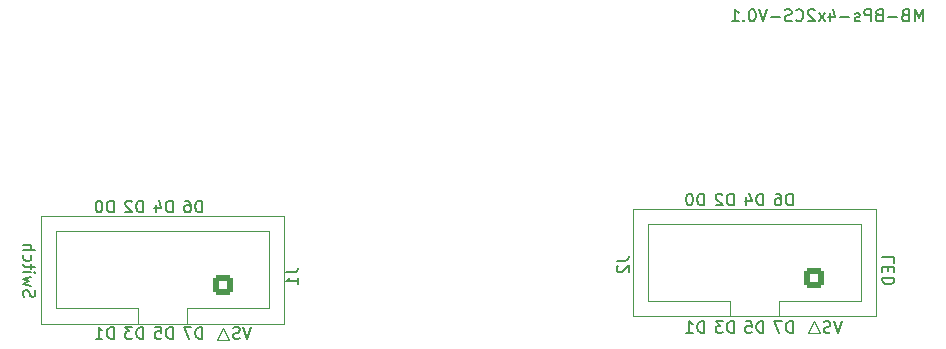
<source format=gbo>
%TF.GenerationSoftware,KiCad,Pcbnew,(7.0.0)*%
%TF.CreationDate,2023-05-19T00:04:05+02:00*%
%TF.ProjectId,BP,42502e6b-6963-4616-945f-706362585858,rev?*%
%TF.SameCoordinates,Original*%
%TF.FileFunction,Legend,Bot*%
%TF.FilePolarity,Positive*%
%FSLAX46Y46*%
G04 Gerber Fmt 4.6, Leading zero omitted, Abs format (unit mm)*
G04 Created by KiCad (PCBNEW (7.0.0)) date 2023-05-19 00:04:05*
%MOMM*%
%LPD*%
G01*
G04 APERTURE LIST*
G04 Aperture macros list*
%AMRoundRect*
0 Rectangle with rounded corners*
0 $1 Rounding radius*
0 $2 $3 $4 $5 $6 $7 $8 $9 X,Y pos of 4 corners*
0 Add a 4 corners polygon primitive as box body*
4,1,4,$2,$3,$4,$5,$6,$7,$8,$9,$2,$3,0*
0 Add four circle primitives for the rounded corners*
1,1,$1+$1,$2,$3*
1,1,$1+$1,$4,$5*
1,1,$1+$1,$6,$7*
1,1,$1+$1,$8,$9*
0 Add four rect primitives between the rounded corners*
20,1,$1+$1,$2,$3,$4,$5,0*
20,1,$1+$1,$4,$5,$6,$7,0*
20,1,$1+$1,$6,$7,$8,$9,0*
20,1,$1+$1,$8,$9,$2,$3,0*%
G04 Aperture macros list end*
%ADD10C,0.150000*%
%ADD11C,0.120000*%
%ADD12C,2.000000*%
%ADD13C,1.676400*%
%ADD14C,3.200000*%
%ADD15RoundRect,0.250000X0.600000X-0.600000X0.600000X0.600000X-0.600000X0.600000X-0.600000X-0.600000X0*%
%ADD16C,1.700000*%
G04 APERTURE END LIST*
D10*
X90261904Y-219282380D02*
X90261904Y-218282380D01*
X90261904Y-218282380D02*
X90023809Y-218282380D01*
X90023809Y-218282380D02*
X89880952Y-218330000D01*
X89880952Y-218330000D02*
X89785714Y-218425238D01*
X89785714Y-218425238D02*
X89738095Y-218520476D01*
X89738095Y-218520476D02*
X89690476Y-218710952D01*
X89690476Y-218710952D02*
X89690476Y-218853809D01*
X89690476Y-218853809D02*
X89738095Y-219044285D01*
X89738095Y-219044285D02*
X89785714Y-219139523D01*
X89785714Y-219139523D02*
X89880952Y-219234761D01*
X89880952Y-219234761D02*
X90023809Y-219282380D01*
X90023809Y-219282380D02*
X90261904Y-219282380D01*
X89357142Y-218282380D02*
X88690476Y-218282380D01*
X88690476Y-218282380D02*
X89119047Y-219282380D01*
X135261904Y-207982380D02*
X135261904Y-206982380D01*
X135261904Y-206982380D02*
X135023809Y-206982380D01*
X135023809Y-206982380D02*
X134880952Y-207030000D01*
X134880952Y-207030000D02*
X134785714Y-207125238D01*
X134785714Y-207125238D02*
X134738095Y-207220476D01*
X134738095Y-207220476D02*
X134690476Y-207410952D01*
X134690476Y-207410952D02*
X134690476Y-207553809D01*
X134690476Y-207553809D02*
X134738095Y-207744285D01*
X134738095Y-207744285D02*
X134785714Y-207839523D01*
X134785714Y-207839523D02*
X134880952Y-207934761D01*
X134880952Y-207934761D02*
X135023809Y-207982380D01*
X135023809Y-207982380D02*
X135261904Y-207982380D01*
X134309523Y-207077619D02*
X134261904Y-207030000D01*
X134261904Y-207030000D02*
X134166666Y-206982380D01*
X134166666Y-206982380D02*
X133928571Y-206982380D01*
X133928571Y-206982380D02*
X133833333Y-207030000D01*
X133833333Y-207030000D02*
X133785714Y-207077619D01*
X133785714Y-207077619D02*
X133738095Y-207172857D01*
X133738095Y-207172857D02*
X133738095Y-207268095D01*
X133738095Y-207268095D02*
X133785714Y-207410952D01*
X133785714Y-207410952D02*
X134357142Y-207982380D01*
X134357142Y-207982380D02*
X133738095Y-207982380D01*
X137761904Y-207982380D02*
X137761904Y-206982380D01*
X137761904Y-206982380D02*
X137523809Y-206982380D01*
X137523809Y-206982380D02*
X137380952Y-207030000D01*
X137380952Y-207030000D02*
X137285714Y-207125238D01*
X137285714Y-207125238D02*
X137238095Y-207220476D01*
X137238095Y-207220476D02*
X137190476Y-207410952D01*
X137190476Y-207410952D02*
X137190476Y-207553809D01*
X137190476Y-207553809D02*
X137238095Y-207744285D01*
X137238095Y-207744285D02*
X137285714Y-207839523D01*
X137285714Y-207839523D02*
X137380952Y-207934761D01*
X137380952Y-207934761D02*
X137523809Y-207982380D01*
X137523809Y-207982380D02*
X137761904Y-207982380D01*
X136333333Y-207315714D02*
X136333333Y-207982380D01*
X136571428Y-206934761D02*
X136809523Y-207649047D01*
X136809523Y-207649047D02*
X136190476Y-207649047D01*
X94404761Y-218282380D02*
X94071428Y-219282380D01*
X94071428Y-219282380D02*
X93738095Y-218282380D01*
X93452380Y-219234761D02*
X93309523Y-219282380D01*
X93309523Y-219282380D02*
X93071428Y-219282380D01*
X93071428Y-219282380D02*
X92976190Y-219234761D01*
X92976190Y-219234761D02*
X92928571Y-219187142D01*
X92928571Y-219187142D02*
X92880952Y-219091904D01*
X92880952Y-219091904D02*
X92880952Y-218996666D01*
X92880952Y-218996666D02*
X92928571Y-218901428D01*
X92928571Y-218901428D02*
X92976190Y-218853809D01*
X92976190Y-218853809D02*
X93071428Y-218806190D01*
X93071428Y-218806190D02*
X93261904Y-218758571D01*
X93261904Y-218758571D02*
X93357142Y-218710952D01*
X93357142Y-218710952D02*
X93404761Y-218663333D01*
X93404761Y-218663333D02*
X93452380Y-218568095D01*
X93452380Y-218568095D02*
X93452380Y-218472857D01*
X93452380Y-218472857D02*
X93404761Y-218377619D01*
X93404761Y-218377619D02*
X93357142Y-218330000D01*
X93357142Y-218330000D02*
X93261904Y-218282380D01*
X93261904Y-218282380D02*
X93023809Y-218282380D01*
X93023809Y-218282380D02*
X92880952Y-218330000D01*
X90261904Y-208582380D02*
X90261904Y-207582380D01*
X90261904Y-207582380D02*
X90023809Y-207582380D01*
X90023809Y-207582380D02*
X89880952Y-207630000D01*
X89880952Y-207630000D02*
X89785714Y-207725238D01*
X89785714Y-207725238D02*
X89738095Y-207820476D01*
X89738095Y-207820476D02*
X89690476Y-208010952D01*
X89690476Y-208010952D02*
X89690476Y-208153809D01*
X89690476Y-208153809D02*
X89738095Y-208344285D01*
X89738095Y-208344285D02*
X89785714Y-208439523D01*
X89785714Y-208439523D02*
X89880952Y-208534761D01*
X89880952Y-208534761D02*
X90023809Y-208582380D01*
X90023809Y-208582380D02*
X90261904Y-208582380D01*
X88833333Y-207582380D02*
X89023809Y-207582380D01*
X89023809Y-207582380D02*
X89119047Y-207630000D01*
X89119047Y-207630000D02*
X89166666Y-207677619D01*
X89166666Y-207677619D02*
X89261904Y-207820476D01*
X89261904Y-207820476D02*
X89309523Y-208010952D01*
X89309523Y-208010952D02*
X89309523Y-208391904D01*
X89309523Y-208391904D02*
X89261904Y-208487142D01*
X89261904Y-208487142D02*
X89214285Y-208534761D01*
X89214285Y-208534761D02*
X89119047Y-208582380D01*
X89119047Y-208582380D02*
X88928571Y-208582380D01*
X88928571Y-208582380D02*
X88833333Y-208534761D01*
X88833333Y-208534761D02*
X88785714Y-208487142D01*
X88785714Y-208487142D02*
X88738095Y-208391904D01*
X88738095Y-208391904D02*
X88738095Y-208153809D01*
X88738095Y-208153809D02*
X88785714Y-208058571D01*
X88785714Y-208058571D02*
X88833333Y-208010952D01*
X88833333Y-208010952D02*
X88928571Y-207963333D01*
X88928571Y-207963333D02*
X89119047Y-207963333D01*
X89119047Y-207963333D02*
X89214285Y-208010952D01*
X89214285Y-208010952D02*
X89261904Y-208058571D01*
X89261904Y-208058571D02*
X89309523Y-208153809D01*
X140261904Y-218782380D02*
X140261904Y-217782380D01*
X140261904Y-217782380D02*
X140023809Y-217782380D01*
X140023809Y-217782380D02*
X139880952Y-217830000D01*
X139880952Y-217830000D02*
X139785714Y-217925238D01*
X139785714Y-217925238D02*
X139738095Y-218020476D01*
X139738095Y-218020476D02*
X139690476Y-218210952D01*
X139690476Y-218210952D02*
X139690476Y-218353809D01*
X139690476Y-218353809D02*
X139738095Y-218544285D01*
X139738095Y-218544285D02*
X139785714Y-218639523D01*
X139785714Y-218639523D02*
X139880952Y-218734761D01*
X139880952Y-218734761D02*
X140023809Y-218782380D01*
X140023809Y-218782380D02*
X140261904Y-218782380D01*
X139357142Y-217782380D02*
X138690476Y-217782380D01*
X138690476Y-217782380D02*
X139119047Y-218782380D01*
X87761904Y-219282380D02*
X87761904Y-218282380D01*
X87761904Y-218282380D02*
X87523809Y-218282380D01*
X87523809Y-218282380D02*
X87380952Y-218330000D01*
X87380952Y-218330000D02*
X87285714Y-218425238D01*
X87285714Y-218425238D02*
X87238095Y-218520476D01*
X87238095Y-218520476D02*
X87190476Y-218710952D01*
X87190476Y-218710952D02*
X87190476Y-218853809D01*
X87190476Y-218853809D02*
X87238095Y-219044285D01*
X87238095Y-219044285D02*
X87285714Y-219139523D01*
X87285714Y-219139523D02*
X87380952Y-219234761D01*
X87380952Y-219234761D02*
X87523809Y-219282380D01*
X87523809Y-219282380D02*
X87761904Y-219282380D01*
X86285714Y-218282380D02*
X86761904Y-218282380D01*
X86761904Y-218282380D02*
X86809523Y-218758571D01*
X86809523Y-218758571D02*
X86761904Y-218710952D01*
X86761904Y-218710952D02*
X86666666Y-218663333D01*
X86666666Y-218663333D02*
X86428571Y-218663333D01*
X86428571Y-218663333D02*
X86333333Y-218710952D01*
X86333333Y-218710952D02*
X86285714Y-218758571D01*
X86285714Y-218758571D02*
X86238095Y-218853809D01*
X86238095Y-218853809D02*
X86238095Y-219091904D01*
X86238095Y-219091904D02*
X86285714Y-219187142D01*
X86285714Y-219187142D02*
X86333333Y-219234761D01*
X86333333Y-219234761D02*
X86428571Y-219282380D01*
X86428571Y-219282380D02*
X86666666Y-219282380D01*
X86666666Y-219282380D02*
X86761904Y-219234761D01*
X86761904Y-219234761D02*
X86809523Y-219187142D01*
X85261904Y-219282380D02*
X85261904Y-218282380D01*
X85261904Y-218282380D02*
X85023809Y-218282380D01*
X85023809Y-218282380D02*
X84880952Y-218330000D01*
X84880952Y-218330000D02*
X84785714Y-218425238D01*
X84785714Y-218425238D02*
X84738095Y-218520476D01*
X84738095Y-218520476D02*
X84690476Y-218710952D01*
X84690476Y-218710952D02*
X84690476Y-218853809D01*
X84690476Y-218853809D02*
X84738095Y-219044285D01*
X84738095Y-219044285D02*
X84785714Y-219139523D01*
X84785714Y-219139523D02*
X84880952Y-219234761D01*
X84880952Y-219234761D02*
X85023809Y-219282380D01*
X85023809Y-219282380D02*
X85261904Y-219282380D01*
X84357142Y-218282380D02*
X83738095Y-218282380D01*
X83738095Y-218282380D02*
X84071428Y-218663333D01*
X84071428Y-218663333D02*
X83928571Y-218663333D01*
X83928571Y-218663333D02*
X83833333Y-218710952D01*
X83833333Y-218710952D02*
X83785714Y-218758571D01*
X83785714Y-218758571D02*
X83738095Y-218853809D01*
X83738095Y-218853809D02*
X83738095Y-219091904D01*
X83738095Y-219091904D02*
X83785714Y-219187142D01*
X83785714Y-219187142D02*
X83833333Y-219234761D01*
X83833333Y-219234761D02*
X83928571Y-219282380D01*
X83928571Y-219282380D02*
X84214285Y-219282380D01*
X84214285Y-219282380D02*
X84309523Y-219234761D01*
X84309523Y-219234761D02*
X84357142Y-219187142D01*
X140261904Y-207982380D02*
X140261904Y-206982380D01*
X140261904Y-206982380D02*
X140023809Y-206982380D01*
X140023809Y-206982380D02*
X139880952Y-207030000D01*
X139880952Y-207030000D02*
X139785714Y-207125238D01*
X139785714Y-207125238D02*
X139738095Y-207220476D01*
X139738095Y-207220476D02*
X139690476Y-207410952D01*
X139690476Y-207410952D02*
X139690476Y-207553809D01*
X139690476Y-207553809D02*
X139738095Y-207744285D01*
X139738095Y-207744285D02*
X139785714Y-207839523D01*
X139785714Y-207839523D02*
X139880952Y-207934761D01*
X139880952Y-207934761D02*
X140023809Y-207982380D01*
X140023809Y-207982380D02*
X140261904Y-207982380D01*
X138833333Y-206982380D02*
X139023809Y-206982380D01*
X139023809Y-206982380D02*
X139119047Y-207030000D01*
X139119047Y-207030000D02*
X139166666Y-207077619D01*
X139166666Y-207077619D02*
X139261904Y-207220476D01*
X139261904Y-207220476D02*
X139309523Y-207410952D01*
X139309523Y-207410952D02*
X139309523Y-207791904D01*
X139309523Y-207791904D02*
X139261904Y-207887142D01*
X139261904Y-207887142D02*
X139214285Y-207934761D01*
X139214285Y-207934761D02*
X139119047Y-207982380D01*
X139119047Y-207982380D02*
X138928571Y-207982380D01*
X138928571Y-207982380D02*
X138833333Y-207934761D01*
X138833333Y-207934761D02*
X138785714Y-207887142D01*
X138785714Y-207887142D02*
X138738095Y-207791904D01*
X138738095Y-207791904D02*
X138738095Y-207553809D01*
X138738095Y-207553809D02*
X138785714Y-207458571D01*
X138785714Y-207458571D02*
X138833333Y-207410952D01*
X138833333Y-207410952D02*
X138928571Y-207363333D01*
X138928571Y-207363333D02*
X139119047Y-207363333D01*
X139119047Y-207363333D02*
X139214285Y-207410952D01*
X139214285Y-207410952D02*
X139261904Y-207458571D01*
X139261904Y-207458571D02*
X139309523Y-207553809D01*
X135261904Y-218782380D02*
X135261904Y-217782380D01*
X135261904Y-217782380D02*
X135023809Y-217782380D01*
X135023809Y-217782380D02*
X134880952Y-217830000D01*
X134880952Y-217830000D02*
X134785714Y-217925238D01*
X134785714Y-217925238D02*
X134738095Y-218020476D01*
X134738095Y-218020476D02*
X134690476Y-218210952D01*
X134690476Y-218210952D02*
X134690476Y-218353809D01*
X134690476Y-218353809D02*
X134738095Y-218544285D01*
X134738095Y-218544285D02*
X134785714Y-218639523D01*
X134785714Y-218639523D02*
X134880952Y-218734761D01*
X134880952Y-218734761D02*
X135023809Y-218782380D01*
X135023809Y-218782380D02*
X135261904Y-218782380D01*
X134357142Y-217782380D02*
X133738095Y-217782380D01*
X133738095Y-217782380D02*
X134071428Y-218163333D01*
X134071428Y-218163333D02*
X133928571Y-218163333D01*
X133928571Y-218163333D02*
X133833333Y-218210952D01*
X133833333Y-218210952D02*
X133785714Y-218258571D01*
X133785714Y-218258571D02*
X133738095Y-218353809D01*
X133738095Y-218353809D02*
X133738095Y-218591904D01*
X133738095Y-218591904D02*
X133785714Y-218687142D01*
X133785714Y-218687142D02*
X133833333Y-218734761D01*
X133833333Y-218734761D02*
X133928571Y-218782380D01*
X133928571Y-218782380D02*
X134214285Y-218782380D01*
X134214285Y-218782380D02*
X134309523Y-218734761D01*
X134309523Y-218734761D02*
X134357142Y-218687142D01*
X132761904Y-218782380D02*
X132761904Y-217782380D01*
X132761904Y-217782380D02*
X132523809Y-217782380D01*
X132523809Y-217782380D02*
X132380952Y-217830000D01*
X132380952Y-217830000D02*
X132285714Y-217925238D01*
X132285714Y-217925238D02*
X132238095Y-218020476D01*
X132238095Y-218020476D02*
X132190476Y-218210952D01*
X132190476Y-218210952D02*
X132190476Y-218353809D01*
X132190476Y-218353809D02*
X132238095Y-218544285D01*
X132238095Y-218544285D02*
X132285714Y-218639523D01*
X132285714Y-218639523D02*
X132380952Y-218734761D01*
X132380952Y-218734761D02*
X132523809Y-218782380D01*
X132523809Y-218782380D02*
X132761904Y-218782380D01*
X131238095Y-218782380D02*
X131809523Y-218782380D01*
X131523809Y-218782380D02*
X131523809Y-217782380D01*
X131523809Y-217782380D02*
X131619047Y-217925238D01*
X131619047Y-217925238D02*
X131714285Y-218020476D01*
X131714285Y-218020476D02*
X131809523Y-218068095D01*
X82761904Y-219282380D02*
X82761904Y-218282380D01*
X82761904Y-218282380D02*
X82523809Y-218282380D01*
X82523809Y-218282380D02*
X82380952Y-218330000D01*
X82380952Y-218330000D02*
X82285714Y-218425238D01*
X82285714Y-218425238D02*
X82238095Y-218520476D01*
X82238095Y-218520476D02*
X82190476Y-218710952D01*
X82190476Y-218710952D02*
X82190476Y-218853809D01*
X82190476Y-218853809D02*
X82238095Y-219044285D01*
X82238095Y-219044285D02*
X82285714Y-219139523D01*
X82285714Y-219139523D02*
X82380952Y-219234761D01*
X82380952Y-219234761D02*
X82523809Y-219282380D01*
X82523809Y-219282380D02*
X82761904Y-219282380D01*
X81238095Y-219282380D02*
X81809523Y-219282380D01*
X81523809Y-219282380D02*
X81523809Y-218282380D01*
X81523809Y-218282380D02*
X81619047Y-218425238D01*
X81619047Y-218425238D02*
X81714285Y-218520476D01*
X81714285Y-218520476D02*
X81809523Y-218568095D01*
X85261904Y-208582380D02*
X85261904Y-207582380D01*
X85261904Y-207582380D02*
X85023809Y-207582380D01*
X85023809Y-207582380D02*
X84880952Y-207630000D01*
X84880952Y-207630000D02*
X84785714Y-207725238D01*
X84785714Y-207725238D02*
X84738095Y-207820476D01*
X84738095Y-207820476D02*
X84690476Y-208010952D01*
X84690476Y-208010952D02*
X84690476Y-208153809D01*
X84690476Y-208153809D02*
X84738095Y-208344285D01*
X84738095Y-208344285D02*
X84785714Y-208439523D01*
X84785714Y-208439523D02*
X84880952Y-208534761D01*
X84880952Y-208534761D02*
X85023809Y-208582380D01*
X85023809Y-208582380D02*
X85261904Y-208582380D01*
X84309523Y-207677619D02*
X84261904Y-207630000D01*
X84261904Y-207630000D02*
X84166666Y-207582380D01*
X84166666Y-207582380D02*
X83928571Y-207582380D01*
X83928571Y-207582380D02*
X83833333Y-207630000D01*
X83833333Y-207630000D02*
X83785714Y-207677619D01*
X83785714Y-207677619D02*
X83738095Y-207772857D01*
X83738095Y-207772857D02*
X83738095Y-207868095D01*
X83738095Y-207868095D02*
X83785714Y-208010952D01*
X83785714Y-208010952D02*
X84357142Y-208582380D01*
X84357142Y-208582380D02*
X83738095Y-208582380D01*
X82761904Y-208582380D02*
X82761904Y-207582380D01*
X82761904Y-207582380D02*
X82523809Y-207582380D01*
X82523809Y-207582380D02*
X82380952Y-207630000D01*
X82380952Y-207630000D02*
X82285714Y-207725238D01*
X82285714Y-207725238D02*
X82238095Y-207820476D01*
X82238095Y-207820476D02*
X82190476Y-208010952D01*
X82190476Y-208010952D02*
X82190476Y-208153809D01*
X82190476Y-208153809D02*
X82238095Y-208344285D01*
X82238095Y-208344285D02*
X82285714Y-208439523D01*
X82285714Y-208439523D02*
X82380952Y-208534761D01*
X82380952Y-208534761D02*
X82523809Y-208582380D01*
X82523809Y-208582380D02*
X82761904Y-208582380D01*
X81571428Y-207582380D02*
X81476190Y-207582380D01*
X81476190Y-207582380D02*
X81380952Y-207630000D01*
X81380952Y-207630000D02*
X81333333Y-207677619D01*
X81333333Y-207677619D02*
X81285714Y-207772857D01*
X81285714Y-207772857D02*
X81238095Y-207963333D01*
X81238095Y-207963333D02*
X81238095Y-208201428D01*
X81238095Y-208201428D02*
X81285714Y-208391904D01*
X81285714Y-208391904D02*
X81333333Y-208487142D01*
X81333333Y-208487142D02*
X81380952Y-208534761D01*
X81380952Y-208534761D02*
X81476190Y-208582380D01*
X81476190Y-208582380D02*
X81571428Y-208582380D01*
X81571428Y-208582380D02*
X81666666Y-208534761D01*
X81666666Y-208534761D02*
X81714285Y-208487142D01*
X81714285Y-208487142D02*
X81761904Y-208391904D01*
X81761904Y-208391904D02*
X81809523Y-208201428D01*
X81809523Y-208201428D02*
X81809523Y-207963333D01*
X81809523Y-207963333D02*
X81761904Y-207772857D01*
X81761904Y-207772857D02*
X81714285Y-207677619D01*
X81714285Y-207677619D02*
X81666666Y-207630000D01*
X81666666Y-207630000D02*
X81571428Y-207582380D01*
X132761904Y-207982380D02*
X132761904Y-206982380D01*
X132761904Y-206982380D02*
X132523809Y-206982380D01*
X132523809Y-206982380D02*
X132380952Y-207030000D01*
X132380952Y-207030000D02*
X132285714Y-207125238D01*
X132285714Y-207125238D02*
X132238095Y-207220476D01*
X132238095Y-207220476D02*
X132190476Y-207410952D01*
X132190476Y-207410952D02*
X132190476Y-207553809D01*
X132190476Y-207553809D02*
X132238095Y-207744285D01*
X132238095Y-207744285D02*
X132285714Y-207839523D01*
X132285714Y-207839523D02*
X132380952Y-207934761D01*
X132380952Y-207934761D02*
X132523809Y-207982380D01*
X132523809Y-207982380D02*
X132761904Y-207982380D01*
X131571428Y-206982380D02*
X131476190Y-206982380D01*
X131476190Y-206982380D02*
X131380952Y-207030000D01*
X131380952Y-207030000D02*
X131333333Y-207077619D01*
X131333333Y-207077619D02*
X131285714Y-207172857D01*
X131285714Y-207172857D02*
X131238095Y-207363333D01*
X131238095Y-207363333D02*
X131238095Y-207601428D01*
X131238095Y-207601428D02*
X131285714Y-207791904D01*
X131285714Y-207791904D02*
X131333333Y-207887142D01*
X131333333Y-207887142D02*
X131380952Y-207934761D01*
X131380952Y-207934761D02*
X131476190Y-207982380D01*
X131476190Y-207982380D02*
X131571428Y-207982380D01*
X131571428Y-207982380D02*
X131666666Y-207934761D01*
X131666666Y-207934761D02*
X131714285Y-207887142D01*
X131714285Y-207887142D02*
X131761904Y-207791904D01*
X131761904Y-207791904D02*
X131809523Y-207601428D01*
X131809523Y-207601428D02*
X131809523Y-207363333D01*
X131809523Y-207363333D02*
X131761904Y-207172857D01*
X131761904Y-207172857D02*
X131714285Y-207077619D01*
X131714285Y-207077619D02*
X131666666Y-207030000D01*
X131666666Y-207030000D02*
X131571428Y-206982380D01*
X151261904Y-192382380D02*
X151261904Y-191382380D01*
X151261904Y-191382380D02*
X150928571Y-192096666D01*
X150928571Y-192096666D02*
X150595238Y-191382380D01*
X150595238Y-191382380D02*
X150595238Y-192382380D01*
X149785714Y-191858571D02*
X149642857Y-191906190D01*
X149642857Y-191906190D02*
X149595238Y-191953809D01*
X149595238Y-191953809D02*
X149547619Y-192049047D01*
X149547619Y-192049047D02*
X149547619Y-192191904D01*
X149547619Y-192191904D02*
X149595238Y-192287142D01*
X149595238Y-192287142D02*
X149642857Y-192334761D01*
X149642857Y-192334761D02*
X149738095Y-192382380D01*
X149738095Y-192382380D02*
X150119047Y-192382380D01*
X150119047Y-192382380D02*
X150119047Y-191382380D01*
X150119047Y-191382380D02*
X149785714Y-191382380D01*
X149785714Y-191382380D02*
X149690476Y-191430000D01*
X149690476Y-191430000D02*
X149642857Y-191477619D01*
X149642857Y-191477619D02*
X149595238Y-191572857D01*
X149595238Y-191572857D02*
X149595238Y-191668095D01*
X149595238Y-191668095D02*
X149642857Y-191763333D01*
X149642857Y-191763333D02*
X149690476Y-191810952D01*
X149690476Y-191810952D02*
X149785714Y-191858571D01*
X149785714Y-191858571D02*
X150119047Y-191858571D01*
X149119047Y-192001428D02*
X148357143Y-192001428D01*
X147547619Y-191858571D02*
X147404762Y-191906190D01*
X147404762Y-191906190D02*
X147357143Y-191953809D01*
X147357143Y-191953809D02*
X147309524Y-192049047D01*
X147309524Y-192049047D02*
X147309524Y-192191904D01*
X147309524Y-192191904D02*
X147357143Y-192287142D01*
X147357143Y-192287142D02*
X147404762Y-192334761D01*
X147404762Y-192334761D02*
X147500000Y-192382380D01*
X147500000Y-192382380D02*
X147880952Y-192382380D01*
X147880952Y-192382380D02*
X147880952Y-191382380D01*
X147880952Y-191382380D02*
X147547619Y-191382380D01*
X147547619Y-191382380D02*
X147452381Y-191430000D01*
X147452381Y-191430000D02*
X147404762Y-191477619D01*
X147404762Y-191477619D02*
X147357143Y-191572857D01*
X147357143Y-191572857D02*
X147357143Y-191668095D01*
X147357143Y-191668095D02*
X147404762Y-191763333D01*
X147404762Y-191763333D02*
X147452381Y-191810952D01*
X147452381Y-191810952D02*
X147547619Y-191858571D01*
X147547619Y-191858571D02*
X147880952Y-191858571D01*
X146880952Y-192382380D02*
X146880952Y-191382380D01*
X146880952Y-191382380D02*
X146500000Y-191382380D01*
X146500000Y-191382380D02*
X146404762Y-191430000D01*
X146404762Y-191430000D02*
X146357143Y-191477619D01*
X146357143Y-191477619D02*
X146309524Y-191572857D01*
X146309524Y-191572857D02*
X146309524Y-191715714D01*
X146309524Y-191715714D02*
X146357143Y-191810952D01*
X146357143Y-191810952D02*
X146404762Y-191858571D01*
X146404762Y-191858571D02*
X146500000Y-191906190D01*
X146500000Y-191906190D02*
X146880952Y-191906190D01*
X145928571Y-192334761D02*
X145833333Y-192382380D01*
X145833333Y-192382380D02*
X145642857Y-192382380D01*
X145642857Y-192382380D02*
X145547619Y-192334761D01*
X145547619Y-192334761D02*
X145500000Y-192239523D01*
X145500000Y-192239523D02*
X145500000Y-192191904D01*
X145500000Y-192191904D02*
X145547619Y-192096666D01*
X145547619Y-192096666D02*
X145642857Y-192049047D01*
X145642857Y-192049047D02*
X145785714Y-192049047D01*
X145785714Y-192049047D02*
X145880952Y-192001428D01*
X145880952Y-192001428D02*
X145928571Y-191906190D01*
X145928571Y-191906190D02*
X145928571Y-191858571D01*
X145928571Y-191858571D02*
X145880952Y-191763333D01*
X145880952Y-191763333D02*
X145785714Y-191715714D01*
X145785714Y-191715714D02*
X145642857Y-191715714D01*
X145642857Y-191715714D02*
X145547619Y-191763333D01*
X145071428Y-192001428D02*
X144309524Y-192001428D01*
X143404762Y-191715714D02*
X143404762Y-192382380D01*
X143642857Y-191334761D02*
X143880952Y-192049047D01*
X143880952Y-192049047D02*
X143261905Y-192049047D01*
X142976190Y-192382380D02*
X142452381Y-191715714D01*
X142976190Y-191715714D02*
X142452381Y-192382380D01*
X142119047Y-191477619D02*
X142071428Y-191430000D01*
X142071428Y-191430000D02*
X141976190Y-191382380D01*
X141976190Y-191382380D02*
X141738095Y-191382380D01*
X141738095Y-191382380D02*
X141642857Y-191430000D01*
X141642857Y-191430000D02*
X141595238Y-191477619D01*
X141595238Y-191477619D02*
X141547619Y-191572857D01*
X141547619Y-191572857D02*
X141547619Y-191668095D01*
X141547619Y-191668095D02*
X141595238Y-191810952D01*
X141595238Y-191810952D02*
X142166666Y-192382380D01*
X142166666Y-192382380D02*
X141547619Y-192382380D01*
X140547619Y-192287142D02*
X140595238Y-192334761D01*
X140595238Y-192334761D02*
X140738095Y-192382380D01*
X140738095Y-192382380D02*
X140833333Y-192382380D01*
X140833333Y-192382380D02*
X140976190Y-192334761D01*
X140976190Y-192334761D02*
X141071428Y-192239523D01*
X141071428Y-192239523D02*
X141119047Y-192144285D01*
X141119047Y-192144285D02*
X141166666Y-191953809D01*
X141166666Y-191953809D02*
X141166666Y-191810952D01*
X141166666Y-191810952D02*
X141119047Y-191620476D01*
X141119047Y-191620476D02*
X141071428Y-191525238D01*
X141071428Y-191525238D02*
X140976190Y-191430000D01*
X140976190Y-191430000D02*
X140833333Y-191382380D01*
X140833333Y-191382380D02*
X140738095Y-191382380D01*
X140738095Y-191382380D02*
X140595238Y-191430000D01*
X140595238Y-191430000D02*
X140547619Y-191477619D01*
X140166666Y-192334761D02*
X140023809Y-192382380D01*
X140023809Y-192382380D02*
X139785714Y-192382380D01*
X139785714Y-192382380D02*
X139690476Y-192334761D01*
X139690476Y-192334761D02*
X139642857Y-192287142D01*
X139642857Y-192287142D02*
X139595238Y-192191904D01*
X139595238Y-192191904D02*
X139595238Y-192096666D01*
X139595238Y-192096666D02*
X139642857Y-192001428D01*
X139642857Y-192001428D02*
X139690476Y-191953809D01*
X139690476Y-191953809D02*
X139785714Y-191906190D01*
X139785714Y-191906190D02*
X139976190Y-191858571D01*
X139976190Y-191858571D02*
X140071428Y-191810952D01*
X140071428Y-191810952D02*
X140119047Y-191763333D01*
X140119047Y-191763333D02*
X140166666Y-191668095D01*
X140166666Y-191668095D02*
X140166666Y-191572857D01*
X140166666Y-191572857D02*
X140119047Y-191477619D01*
X140119047Y-191477619D02*
X140071428Y-191430000D01*
X140071428Y-191430000D02*
X139976190Y-191382380D01*
X139976190Y-191382380D02*
X139738095Y-191382380D01*
X139738095Y-191382380D02*
X139595238Y-191430000D01*
X139166666Y-192001428D02*
X138404762Y-192001428D01*
X138071428Y-191382380D02*
X137738095Y-192382380D01*
X137738095Y-192382380D02*
X137404762Y-191382380D01*
X136880952Y-191382380D02*
X136785714Y-191382380D01*
X136785714Y-191382380D02*
X136690476Y-191430000D01*
X136690476Y-191430000D02*
X136642857Y-191477619D01*
X136642857Y-191477619D02*
X136595238Y-191572857D01*
X136595238Y-191572857D02*
X136547619Y-191763333D01*
X136547619Y-191763333D02*
X136547619Y-192001428D01*
X136547619Y-192001428D02*
X136595238Y-192191904D01*
X136595238Y-192191904D02*
X136642857Y-192287142D01*
X136642857Y-192287142D02*
X136690476Y-192334761D01*
X136690476Y-192334761D02*
X136785714Y-192382380D01*
X136785714Y-192382380D02*
X136880952Y-192382380D01*
X136880952Y-192382380D02*
X136976190Y-192334761D01*
X136976190Y-192334761D02*
X137023809Y-192287142D01*
X137023809Y-192287142D02*
X137071428Y-192191904D01*
X137071428Y-192191904D02*
X137119047Y-192001428D01*
X137119047Y-192001428D02*
X137119047Y-191763333D01*
X137119047Y-191763333D02*
X137071428Y-191572857D01*
X137071428Y-191572857D02*
X137023809Y-191477619D01*
X137023809Y-191477619D02*
X136976190Y-191430000D01*
X136976190Y-191430000D02*
X136880952Y-191382380D01*
X136119047Y-192287142D02*
X136071428Y-192334761D01*
X136071428Y-192334761D02*
X136119047Y-192382380D01*
X136119047Y-192382380D02*
X136166666Y-192334761D01*
X136166666Y-192334761D02*
X136119047Y-192287142D01*
X136119047Y-192287142D02*
X136119047Y-192382380D01*
X135119048Y-192382380D02*
X135690476Y-192382380D01*
X135404762Y-192382380D02*
X135404762Y-191382380D01*
X135404762Y-191382380D02*
X135500000Y-191525238D01*
X135500000Y-191525238D02*
X135595238Y-191620476D01*
X135595238Y-191620476D02*
X135690476Y-191668095D01*
X87761904Y-208582380D02*
X87761904Y-207582380D01*
X87761904Y-207582380D02*
X87523809Y-207582380D01*
X87523809Y-207582380D02*
X87380952Y-207630000D01*
X87380952Y-207630000D02*
X87285714Y-207725238D01*
X87285714Y-207725238D02*
X87238095Y-207820476D01*
X87238095Y-207820476D02*
X87190476Y-208010952D01*
X87190476Y-208010952D02*
X87190476Y-208153809D01*
X87190476Y-208153809D02*
X87238095Y-208344285D01*
X87238095Y-208344285D02*
X87285714Y-208439523D01*
X87285714Y-208439523D02*
X87380952Y-208534761D01*
X87380952Y-208534761D02*
X87523809Y-208582380D01*
X87523809Y-208582380D02*
X87761904Y-208582380D01*
X86333333Y-207915714D02*
X86333333Y-208582380D01*
X86571428Y-207534761D02*
X86809523Y-208249047D01*
X86809523Y-208249047D02*
X86190476Y-208249047D01*
X144404761Y-217782380D02*
X144071428Y-218782380D01*
X144071428Y-218782380D02*
X143738095Y-217782380D01*
X143452380Y-218734761D02*
X143309523Y-218782380D01*
X143309523Y-218782380D02*
X143071428Y-218782380D01*
X143071428Y-218782380D02*
X142976190Y-218734761D01*
X142976190Y-218734761D02*
X142928571Y-218687142D01*
X142928571Y-218687142D02*
X142880952Y-218591904D01*
X142880952Y-218591904D02*
X142880952Y-218496666D01*
X142880952Y-218496666D02*
X142928571Y-218401428D01*
X142928571Y-218401428D02*
X142976190Y-218353809D01*
X142976190Y-218353809D02*
X143071428Y-218306190D01*
X143071428Y-218306190D02*
X143261904Y-218258571D01*
X143261904Y-218258571D02*
X143357142Y-218210952D01*
X143357142Y-218210952D02*
X143404761Y-218163333D01*
X143404761Y-218163333D02*
X143452380Y-218068095D01*
X143452380Y-218068095D02*
X143452380Y-217972857D01*
X143452380Y-217972857D02*
X143404761Y-217877619D01*
X143404761Y-217877619D02*
X143357142Y-217830000D01*
X143357142Y-217830000D02*
X143261904Y-217782380D01*
X143261904Y-217782380D02*
X143023809Y-217782380D01*
X143023809Y-217782380D02*
X142880952Y-217830000D01*
X137761904Y-218782380D02*
X137761904Y-217782380D01*
X137761904Y-217782380D02*
X137523809Y-217782380D01*
X137523809Y-217782380D02*
X137380952Y-217830000D01*
X137380952Y-217830000D02*
X137285714Y-217925238D01*
X137285714Y-217925238D02*
X137238095Y-218020476D01*
X137238095Y-218020476D02*
X137190476Y-218210952D01*
X137190476Y-218210952D02*
X137190476Y-218353809D01*
X137190476Y-218353809D02*
X137238095Y-218544285D01*
X137238095Y-218544285D02*
X137285714Y-218639523D01*
X137285714Y-218639523D02*
X137380952Y-218734761D01*
X137380952Y-218734761D02*
X137523809Y-218782380D01*
X137523809Y-218782380D02*
X137761904Y-218782380D01*
X136285714Y-217782380D02*
X136761904Y-217782380D01*
X136761904Y-217782380D02*
X136809523Y-218258571D01*
X136809523Y-218258571D02*
X136761904Y-218210952D01*
X136761904Y-218210952D02*
X136666666Y-218163333D01*
X136666666Y-218163333D02*
X136428571Y-218163333D01*
X136428571Y-218163333D02*
X136333333Y-218210952D01*
X136333333Y-218210952D02*
X136285714Y-218258571D01*
X136285714Y-218258571D02*
X136238095Y-218353809D01*
X136238095Y-218353809D02*
X136238095Y-218591904D01*
X136238095Y-218591904D02*
X136285714Y-218687142D01*
X136285714Y-218687142D02*
X136333333Y-218734761D01*
X136333333Y-218734761D02*
X136428571Y-218782380D01*
X136428571Y-218782380D02*
X136666666Y-218782380D01*
X136666666Y-218782380D02*
X136761904Y-218734761D01*
X136761904Y-218734761D02*
X136809523Y-218687142D01*
%TO.C,J2*%
X125367380Y-212666666D02*
X126081666Y-212666666D01*
X126081666Y-212666666D02*
X126224523Y-212619047D01*
X126224523Y-212619047D02*
X126319761Y-212523809D01*
X126319761Y-212523809D02*
X126367380Y-212380952D01*
X126367380Y-212380952D02*
X126367380Y-212285714D01*
X125462619Y-213095238D02*
X125415000Y-213142857D01*
X125415000Y-213142857D02*
X125367380Y-213238095D01*
X125367380Y-213238095D02*
X125367380Y-213476190D01*
X125367380Y-213476190D02*
X125415000Y-213571428D01*
X125415000Y-213571428D02*
X125462619Y-213619047D01*
X125462619Y-213619047D02*
X125557857Y-213666666D01*
X125557857Y-213666666D02*
X125653095Y-213666666D01*
X125653095Y-213666666D02*
X125795952Y-213619047D01*
X125795952Y-213619047D02*
X126367380Y-213047619D01*
X126367380Y-213047619D02*
X126367380Y-213666666D01*
X148867380Y-212857142D02*
X148867380Y-212380952D01*
X148867380Y-212380952D02*
X147867380Y-212380952D01*
X148343571Y-213190476D02*
X148343571Y-213523809D01*
X148867380Y-213666666D02*
X148867380Y-213190476D01*
X148867380Y-213190476D02*
X147867380Y-213190476D01*
X147867380Y-213190476D02*
X147867380Y-213666666D01*
X148867380Y-214095238D02*
X147867380Y-214095238D01*
X147867380Y-214095238D02*
X147867380Y-214333333D01*
X147867380Y-214333333D02*
X147915000Y-214476190D01*
X147915000Y-214476190D02*
X148010238Y-214571428D01*
X148010238Y-214571428D02*
X148105476Y-214619047D01*
X148105476Y-214619047D02*
X148295952Y-214666666D01*
X148295952Y-214666666D02*
X148438809Y-214666666D01*
X148438809Y-214666666D02*
X148629285Y-214619047D01*
X148629285Y-214619047D02*
X148724523Y-214571428D01*
X148724523Y-214571428D02*
X148819761Y-214476190D01*
X148819761Y-214476190D02*
X148867380Y-214333333D01*
X148867380Y-214333333D02*
X148867380Y-214095238D01*
%TO.C,J1*%
X97367380Y-213666666D02*
X98081666Y-213666666D01*
X98081666Y-213666666D02*
X98224523Y-213619047D01*
X98224523Y-213619047D02*
X98319761Y-213523809D01*
X98319761Y-213523809D02*
X98367380Y-213380952D01*
X98367380Y-213380952D02*
X98367380Y-213285714D01*
X98367380Y-214666666D02*
X98367380Y-214095238D01*
X98367380Y-214380952D02*
X97367380Y-214380952D01*
X97367380Y-214380952D02*
X97510238Y-214285714D01*
X97510238Y-214285714D02*
X97605476Y-214190476D01*
X97605476Y-214190476D02*
X97653095Y-214095238D01*
X75180238Y-215714285D02*
X75132619Y-215571428D01*
X75132619Y-215571428D02*
X75132619Y-215333333D01*
X75132619Y-215333333D02*
X75180238Y-215238095D01*
X75180238Y-215238095D02*
X75227857Y-215190476D01*
X75227857Y-215190476D02*
X75323095Y-215142857D01*
X75323095Y-215142857D02*
X75418333Y-215142857D01*
X75418333Y-215142857D02*
X75513571Y-215190476D01*
X75513571Y-215190476D02*
X75561190Y-215238095D01*
X75561190Y-215238095D02*
X75608809Y-215333333D01*
X75608809Y-215333333D02*
X75656428Y-215523809D01*
X75656428Y-215523809D02*
X75704047Y-215619047D01*
X75704047Y-215619047D02*
X75751666Y-215666666D01*
X75751666Y-215666666D02*
X75846904Y-215714285D01*
X75846904Y-215714285D02*
X75942142Y-215714285D01*
X75942142Y-215714285D02*
X76037380Y-215666666D01*
X76037380Y-215666666D02*
X76085000Y-215619047D01*
X76085000Y-215619047D02*
X76132619Y-215523809D01*
X76132619Y-215523809D02*
X76132619Y-215285714D01*
X76132619Y-215285714D02*
X76085000Y-215142857D01*
X75799285Y-214809523D02*
X75132619Y-214619047D01*
X75132619Y-214619047D02*
X75608809Y-214428571D01*
X75608809Y-214428571D02*
X75132619Y-214238095D01*
X75132619Y-214238095D02*
X75799285Y-214047619D01*
X75132619Y-213666666D02*
X75799285Y-213666666D01*
X76132619Y-213666666D02*
X76085000Y-213714285D01*
X76085000Y-213714285D02*
X76037380Y-213666666D01*
X76037380Y-213666666D02*
X76085000Y-213619047D01*
X76085000Y-213619047D02*
X76132619Y-213666666D01*
X76132619Y-213666666D02*
X76037380Y-213666666D01*
X75799285Y-213333333D02*
X75799285Y-212952381D01*
X76132619Y-213190476D02*
X75275476Y-213190476D01*
X75275476Y-213190476D02*
X75180238Y-213142857D01*
X75180238Y-213142857D02*
X75132619Y-213047619D01*
X75132619Y-213047619D02*
X75132619Y-212952381D01*
X75180238Y-212190476D02*
X75132619Y-212285714D01*
X75132619Y-212285714D02*
X75132619Y-212476190D01*
X75132619Y-212476190D02*
X75180238Y-212571428D01*
X75180238Y-212571428D02*
X75227857Y-212619047D01*
X75227857Y-212619047D02*
X75323095Y-212666666D01*
X75323095Y-212666666D02*
X75608809Y-212666666D01*
X75608809Y-212666666D02*
X75704047Y-212619047D01*
X75704047Y-212619047D02*
X75751666Y-212571428D01*
X75751666Y-212571428D02*
X75799285Y-212476190D01*
X75799285Y-212476190D02*
X75799285Y-212285714D01*
X75799285Y-212285714D02*
X75751666Y-212190476D01*
X75132619Y-211761904D02*
X76132619Y-211761904D01*
X75132619Y-211333333D02*
X75656428Y-211333333D01*
X75656428Y-211333333D02*
X75751666Y-211380952D01*
X75751666Y-211380952D02*
X75799285Y-211476190D01*
X75799285Y-211476190D02*
X75799285Y-211619047D01*
X75799285Y-211619047D02*
X75751666Y-211714285D01*
X75751666Y-211714285D02*
X75704047Y-211761904D01*
D11*
%TO.C,J2*%
X141600000Y-218780000D02*
X142100000Y-217780000D01*
X142600000Y-218780000D02*
X141600000Y-218780000D01*
X142100000Y-217780000D02*
X142600000Y-218780000D01*
X126730000Y-217390000D02*
X147310000Y-217390000D01*
X139070000Y-217390000D02*
X139070000Y-216080000D01*
X147310000Y-217390000D02*
X147310000Y-208270000D01*
X128030000Y-216080000D02*
X134970000Y-216080000D01*
X134970000Y-216080000D02*
X134970000Y-217390000D01*
X134970000Y-216080000D02*
X134970000Y-216080000D01*
X139070000Y-216080000D02*
X146010000Y-216080000D01*
X146010000Y-216080000D02*
X146010000Y-209580000D01*
X128030000Y-209580000D02*
X128030000Y-216080000D01*
X146010000Y-209580000D02*
X128030000Y-209580000D01*
X126730000Y-208270000D02*
X126730000Y-217390000D01*
X147310000Y-208270000D02*
X126730000Y-208270000D01*
%TO.C,J1*%
X91500000Y-219380000D02*
X92000000Y-218380000D01*
X92500000Y-219380000D02*
X91500000Y-219380000D01*
X92000000Y-218380000D02*
X92500000Y-219380000D01*
X76630000Y-217990000D02*
X97210000Y-217990000D01*
X88970000Y-217990000D02*
X88970000Y-216680000D01*
X97210000Y-217990000D02*
X97210000Y-208870000D01*
X77930000Y-216680000D02*
X84870000Y-216680000D01*
X84870000Y-216680000D02*
X84870000Y-217990000D01*
X84870000Y-216680000D02*
X84870000Y-216680000D01*
X88970000Y-216680000D02*
X95910000Y-216680000D01*
X95910000Y-216680000D02*
X95910000Y-210180000D01*
X77930000Y-210180000D02*
X77930000Y-216680000D01*
X95910000Y-210180000D02*
X77930000Y-210180000D01*
X76630000Y-208870000D02*
X76630000Y-217990000D01*
X97210000Y-208870000D02*
X76630000Y-208870000D01*
%TD*%
%LPC*%
D12*
%TO.C,SW3*%
X104500000Y-196700000D03*
X104500000Y-204200000D03*
X94500000Y-196700000D03*
X94500000Y-204200000D03*
%TD*%
%TO.C,SW5*%
X129500000Y-196700000D03*
X129500000Y-204200000D03*
X119500000Y-196700000D03*
X119500000Y-204200000D03*
%TD*%
%TO.C,SW7*%
X154500000Y-196700000D03*
X154500000Y-204200000D03*
X144500000Y-196700000D03*
X144500000Y-204200000D03*
%TD*%
%TO.C,SW2*%
X79500000Y-221700100D03*
X79500000Y-229200100D03*
X69500000Y-221700100D03*
X69500000Y-229200100D03*
%TD*%
%TO.C,SW6*%
X129500000Y-221700000D03*
X129500000Y-229200000D03*
X119500000Y-221700000D03*
X119500000Y-229200000D03*
%TD*%
%TO.C,SW8*%
X154437000Y-221718700D03*
X154437000Y-229218700D03*
X144437000Y-221718700D03*
X144437000Y-229218700D03*
%TD*%
%TO.C,SW1*%
X79571000Y-196681300D03*
X79571000Y-204181300D03*
X69571000Y-196681300D03*
X69571000Y-204181300D03*
%TD*%
D13*
%TO.C,D3*%
X94271200Y-199400000D03*
X104921200Y-201600000D03*
%TD*%
%TO.C,D5*%
X119271200Y-199400000D03*
X129921200Y-201600000D03*
%TD*%
%TO.C,D7*%
X144271200Y-199400000D03*
X154921200Y-201600000D03*
%TD*%
%TO.C,D2*%
X69271200Y-224400100D03*
X79921200Y-226600100D03*
%TD*%
%TO.C,D6*%
X119271200Y-224400000D03*
X129921200Y-226600000D03*
%TD*%
%TO.C,D8*%
X144224200Y-224418700D03*
X154874200Y-226618700D03*
%TD*%
%TO.C,D1*%
X69342200Y-199381300D03*
X79992200Y-201581300D03*
%TD*%
%TO.C,D4*%
X94271200Y-224400000D03*
X104921200Y-226600000D03*
%TD*%
D12*
%TO.C,SW4*%
X104500000Y-221700000D03*
X104500000Y-229200000D03*
X94500000Y-221700000D03*
X94500000Y-229200000D03*
%TD*%
D14*
%TO.C,H3*%
X87000000Y-225500000D03*
%TD*%
%TO.C,H4*%
X66000000Y-192000000D03*
%TD*%
%TO.C,H1*%
X87000000Y-200500000D03*
%TD*%
%TO.C,H2*%
X158000000Y-234000000D03*
%TD*%
%TO.C,H3*%
X66000000Y-234000000D03*
%TD*%
%TO.C,H4*%
X137000000Y-225500000D03*
%TD*%
%TO.C,H2*%
X137000000Y-200500000D03*
%TD*%
%TO.C,H1*%
X158000000Y-192000000D03*
%TD*%
D15*
%TO.C,J2*%
X142100000Y-214100000D03*
D16*
X142100000Y-211560000D03*
X139560000Y-214100000D03*
X139560000Y-211560000D03*
X137020000Y-214100000D03*
X137020000Y-211560000D03*
X134480000Y-214100000D03*
X134480000Y-211560000D03*
X131940000Y-214100000D03*
X131940000Y-211560000D03*
%TD*%
D15*
%TO.C,J1*%
X92000000Y-214700000D03*
D16*
X92000000Y-212160000D03*
X89460000Y-214700000D03*
X89460000Y-212160000D03*
X86920000Y-214700000D03*
X86920000Y-212160000D03*
X84380000Y-214700000D03*
X84380000Y-212160000D03*
X81840000Y-214700000D03*
X81840000Y-212160000D03*
%TD*%
M02*

</source>
